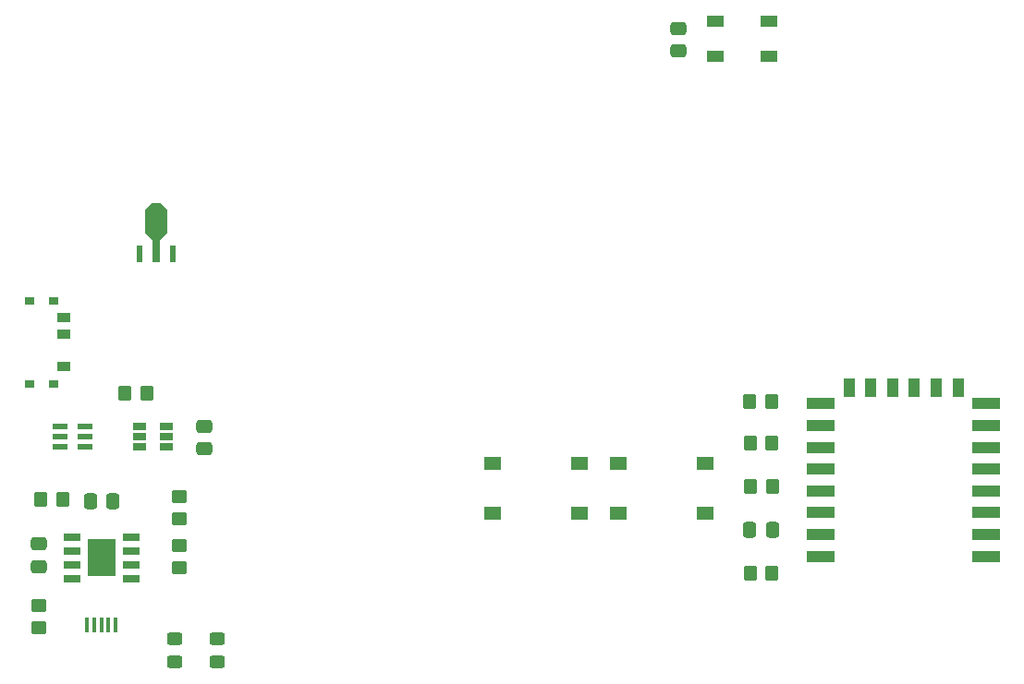
<source format=gbp>
G04 #@! TF.GenerationSoftware,KiCad,Pcbnew,(6.0.0)*
G04 #@! TF.CreationDate,2022-05-24T10:02:23+02:00*
G04 #@! TF.ProjectId,drawing.kicad_v3.0_pcb,64726177-696e-4672-9e6b-696361645f76,v2.2*
G04 #@! TF.SameCoordinates,Original*
G04 #@! TF.FileFunction,Paste,Bot*
G04 #@! TF.FilePolarity,Positive*
%FSLAX46Y46*%
G04 Gerber Fmt 4.6, Leading zero omitted, Abs format (unit mm)*
G04 Created by KiCad (PCBNEW (6.0.0)) date 2022-05-24 10:02:23*
%MOMM*%
%LPD*%
G01*
G04 APERTURE LIST*
G04 Aperture macros list*
%AMRoundRect*
0 Rectangle with rounded corners*
0 $1 Rounding radius*
0 $2 $3 $4 $5 $6 $7 $8 $9 X,Y pos of 4 corners*
0 Add a 4 corners polygon primitive as box body*
4,1,4,$2,$3,$4,$5,$6,$7,$8,$9,$2,$3,0*
0 Add four circle primitives for the rounded corners*
1,1,$1+$1,$2,$3*
1,1,$1+$1,$4,$5*
1,1,$1+$1,$6,$7*
1,1,$1+$1,$8,$9*
0 Add four rect primitives between the rounded corners*
20,1,$1+$1,$2,$3,$4,$5,0*
20,1,$1+$1,$4,$5,$6,$7,0*
20,1,$1+$1,$6,$7,$8,$9,0*
20,1,$1+$1,$8,$9,$2,$3,0*%
%AMFreePoly0*
4,1,9,1.000000,1.114214,1.000000,-1.114214,0.414214,-1.700000,-0.414214,-1.700000,-1.000000,-1.114214,-1.000000,1.114214,-0.414214,1.700000,0.414214,1.700000,1.000000,1.114214,1.000000,1.114214,$1*%
G04 Aperture macros list end*
%ADD10R,0.400000X1.350000*%
%ADD11RoundRect,0.250000X0.350000X0.450000X-0.350000X0.450000X-0.350000X-0.450000X0.350000X-0.450000X0*%
%ADD12R,1.250000X0.900000*%
%ADD13R,0.900000X0.800000*%
%ADD14RoundRect,0.250000X0.450000X-0.350000X0.450000X0.350000X-0.450000X0.350000X-0.450000X-0.350000X0*%
%ADD15R,1.525000X0.700000*%
%ADD16R,2.513000X3.402000*%
%ADD17R,1.400000X0.600000*%
%ADD18R,0.599999X1.599999*%
%ADD19R,0.700001X2.000001*%
%ADD20FreePoly0,180.000000*%
%ADD21R,2.500000X1.000000*%
%ADD22R,1.000000X1.800000*%
%ADD23R,1.500000X1.000000*%
%ADD24RoundRect,0.250000X-0.475000X0.337500X-0.475000X-0.337500X0.475000X-0.337500X0.475000X0.337500X0*%
%ADD25RoundRect,0.250000X-0.450000X0.325000X-0.450000X-0.325000X0.450000X-0.325000X0.450000X0.325000X0*%
%ADD26RoundRect,0.250000X0.337500X0.475000X-0.337500X0.475000X-0.337500X-0.475000X0.337500X-0.475000X0*%
%ADD27R,1.200000X0.650000*%
%ADD28RoundRect,0.250000X0.475000X-0.337500X0.475000X0.337500X-0.475000X0.337500X-0.475000X-0.337500X0*%
%ADD29R,1.550000X1.300000*%
%ADD30RoundRect,0.250000X-0.350000X-0.450000X0.350000X-0.450000X0.350000X0.450000X-0.350000X0.450000X0*%
G04 APERTURE END LIST*
D10*
X115076760Y-120398540D03*
X114426760Y-120398540D03*
X113776760Y-120398540D03*
X113126760Y-120398540D03*
X112476760Y-120398540D03*
D11*
X175218600Y-107645200D03*
X173218600Y-107645200D03*
X110200000Y-108900000D03*
X108200000Y-108900000D03*
D12*
X110339000Y-96712600D03*
X110339000Y-93712600D03*
X110339000Y-92212600D03*
D13*
X109364000Y-98262600D03*
X107164000Y-98262600D03*
X107164000Y-90662600D03*
X109364000Y-90662600D03*
D14*
X120900000Y-115100000D03*
X120900000Y-113100000D03*
D15*
X111088000Y-116105000D03*
X111088000Y-114835000D03*
X111088000Y-113565000D03*
X111088000Y-112295000D03*
X116512000Y-112295000D03*
X116512000Y-113565000D03*
X116512000Y-114835000D03*
X116512000Y-116105000D03*
D16*
X113800000Y-114200000D03*
D17*
X110000000Y-104050000D03*
X110000000Y-103100000D03*
X110000000Y-102150000D03*
X112300000Y-104050000D03*
X112300000Y-103100000D03*
X112300000Y-102150000D03*
D11*
X117900000Y-99100000D03*
X115900000Y-99100000D03*
D18*
X120300000Y-86299999D03*
D19*
X118800001Y-86099999D03*
D20*
X118800000Y-83400000D03*
D18*
X117300000Y-86299999D03*
D21*
X179648800Y-114084400D03*
X179648800Y-112084400D03*
X179648800Y-110084400D03*
X179648800Y-108084400D03*
X179648800Y-106084400D03*
X179648800Y-104084400D03*
X179648800Y-102084400D03*
X179648800Y-100084400D03*
D22*
X182248800Y-98584400D03*
X184248800Y-98584400D03*
X186248800Y-98584400D03*
X188248800Y-98584400D03*
X190248800Y-98584400D03*
X192248800Y-98584400D03*
D21*
X194848800Y-100084400D03*
X194848800Y-102084400D03*
X194848800Y-104084400D03*
X194848800Y-106084400D03*
X194848800Y-108084400D03*
X194848800Y-110084400D03*
X194848800Y-112084400D03*
X194848800Y-114084400D03*
D23*
X174916000Y-68198800D03*
X174916000Y-64998800D03*
X170016000Y-64998800D03*
X170016000Y-68198800D03*
D24*
X123200000Y-102162500D03*
X123200000Y-104237500D03*
D11*
X175200000Y-115600000D03*
X173200000Y-115600000D03*
D25*
X120500000Y-121675000D03*
X120500000Y-123725000D03*
D26*
X114837500Y-109000000D03*
X112762500Y-109000000D03*
D14*
X120900000Y-110600000D03*
X120900000Y-108600000D03*
D27*
X117250000Y-104050000D03*
X117250000Y-103100000D03*
X117250000Y-102150000D03*
X119750000Y-102150000D03*
X119750000Y-103100000D03*
X119750000Y-104050000D03*
D28*
X108000000Y-115037500D03*
X108000000Y-112962500D03*
D29*
X149625000Y-110100000D03*
X157575000Y-110100000D03*
X149625000Y-105600000D03*
X157575000Y-105600000D03*
D25*
X124400000Y-121675000D03*
X124400000Y-123725000D03*
D30*
X173193200Y-103733600D03*
X175193200Y-103733600D03*
X173167800Y-99898200D03*
X175167800Y-99898200D03*
D26*
X175256100Y-111683800D03*
X173181100Y-111683800D03*
D28*
X166640000Y-67727500D03*
X166640000Y-65652500D03*
D29*
X169085000Y-105590000D03*
X161135000Y-105590000D03*
X169085000Y-110090000D03*
X161135000Y-110090000D03*
D14*
X108000000Y-120600000D03*
X108000000Y-118600000D03*
M02*

</source>
